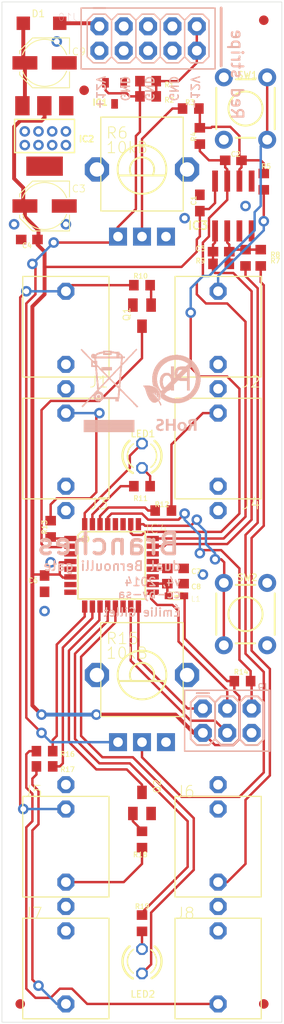
<source format=kicad_pcb>
(kicad_pcb (version 20221018) (generator pcbnew)
  (layers (0 "F.Cu" signal) (31 "B.Cu" signal) (34 "B.Paste" user) (35 "F.Paste" user) (36 "B.SilkS" user "B.Silkscreen") (37 "F.SilkS" user "F.Silkscreen") (38 "B.Mask" user) (39 "F.Mask" user) (44 "Edge.Cuts" user))
  (net 0 "")
  (net 1 "GND")
  (net 2 "VEE")
  (net 3 "N$29")
  (net 4 "RESET")
  (net 5 "N$1")
  (net 6 "GATE1_IN")
  (net 7 "N$2")
  (net 8 "GATE2_IN")
  (net 9 "+5V")
  (net 10 "N$9")
  (net 11 "N$10")
  (net 12 "N$34")
  (net 13 "N$35")
  (net 14 "N$36")
  (net 15 "AREF")
  (net 16 "MOSI")
  (net 17 "MISO")
  (net 18 "SCK")
  (net 19 "N$6")
  (net 20 "N$39")
  (net 21 "REF_-5")
  (net 22 "N$3")
  (net 23 "N$4")
  (net 24 "N$8")
  (net 25 "N$11")
  (net 26 "VCC")
  (net 27 "P1_CV")
  (net 28 "P2_CV")
  (net 29 "IN1")
  (net 30 "IN2")
  (net 31 "OUT1_A")
  (net 32 "OUT1_B")
  (net 33 "OUT2_A")
  (net 34 "OUT2_B")
  (net 35 "N$14")
  (net 36 "N$15")
  (net 37 "N$18")
  (net 38 "N$13")
  (net 39 "N$16")
  (net 40 "N$17")
  (net 41 "SW1")
  (net 42 "SW2")
  (footprint "branches:R0603" (layer "F.Cu") (at 158.9886 122.62485 180)
    (fp_text reference "R14")
    (fp_text value "10k")
  )
  (footprint "branches:R0603" (layer "F.Cu") (at 148.5111 147.86605 90)
    (fp_text reference "R19")
    (fp_text value "220")
  )
  (footprint "branches:WQP_PJ_301M6" (layer "F.Cu") (at 156.4486 139.13485 180)
    (fp_text reference "J6")
    (fp_text value "PJ301_THONKICONN6" hide)
  )
  (footprint "branches:WQP_PJ_301M6" (layer "F.Cu") (at 140.5736 99.12985)
    (fp_text reference "J3")
    (fp_text value "PJ301_THONKICONN6" hide)
  )
  (footprint "branches:TACTILE-PTH" (layer "F.Cu") (at 159.3061 115.63985 -90)
    (fp_text reference "SW2")
    (fp_text value "" hide)
  )
  (footprint "branches:FIDUCIAL-1X2" (layer "F.Cu") (at 142.4786 61.02985 90)
    (fp_text reference "F2" hide)
    (fp_text value "FIDUCIAL1X2" hide)
  )
  (footprint "branches:SOT223" (layer "F.Cu") (at 138.3511 65.79235 180)
    (fp_text reference "IC2")
    (fp_text value "LM1117-5.0")
  )
  (footprint "branches:WQP_PJ_301M6" (layer "F.Cu") (at 156.4486 86.42985)
    (fp_text reference "J2")
    (fp_text value "PJ301_THONKICONN6" hide)
  )
  (footprint "branches:C0603" (layer "F.Cu") (at 138.3511 112.46485 -90)
    (fp_text reference "C6")
    (fp_text value "100n")
  )
  (footprint "branches:SOD123" (layer "F.Cu") (at 138.0336 54.04485)
    (fp_text reference "D1")
    (fp_text value "1N5819HW")
  )
  (footprint "branches:R0603" (layer "F.Cu") (at 148.5111 81.34985 180)
    (fp_text reference "R10")
    (fp_text value "100k")
  )
  (footprint "branches:0603" (layer "F.Cu") (at 152.0036 113.73485 180)
    (fp_text reference "L1")
    (fp_text value "")
  )
  (footprint "branches:C0603" (layer "F.Cu") (at 152.0036 110.87735)
    (fp_text reference "C7")
    (fp_text value "100n")
  )
  (footprint "branches:R0603" (layer "F.Cu") (at 161.2111 70.55485 90)
    (fp_text reference "R5")
    (fp_text value "100k")
  )
  (footprint "branches:R0603" (layer "F.Cu") (at 148.5111 102.30485)
    (fp_text reference "R11")
    (fp_text value "220")
  )
  (footprint "branches:FIDUCIAL-1X2" (layer "F.Cu") (at 161.2111 156.27985 90)
    (fp_text reference "F4" hide)
    (fp_text value "FIDUCIAL1X2" hide)
  )
  (footprint "branches:C0603" (layer "F.Cu") (at 136.7636 76.58735 180)
    (fp_text reference "C4")
    (fp_text value "100n")
  )
  (footprint "branches:R0603" (layer "F.Cu") (at 160.8936 78.49235 90)
    (fp_text reference "R8")
    (fp_text value "100k" hide)
  )
  (footprint "branches:R0603" (layer "F.Cu") (at 149.1461 61.66485 180)
    (fp_text reference "R2")
    (fp_text value "10k")
  )
  (footprint "branches:SOT23-BEC" (layer "F.Cu") (at 148.5111 84.52485 180)
    (fp_text reference "Q1")
    (fp_text value "MMBT3904")
  )
  (footprint "branches:TACTILE-PTH" (layer "F.Cu") (at 159.3061 62.93485 90)
    (fp_text reference "SW1")
    (fp_text value "" hide)
  )
  (footprint "branches:WQP_PJ_301M6" (layer "F.Cu") (at 140.5736 86.42985)
    (fp_text reference "J1")
    (fp_text value "PJ301_THONKICONN6" hide)
  )
  (footprint "branches:R0603" (layer "F.Cu") (at 154.5436 65.79235 -90)
    (fp_text reference "R4")
    (fp_text value "100k")
  )
  (footprint "branches:FIDUCIAL-1X2" (layer "F.Cu") (at 135.8111 156.27985 90)
    (fp_text reference "F3" hide)
    (fp_text value "FIDUCIAL1X2" hide)
  )
  (footprint "branches:R0603" (layer "F.Cu") (at 138.3511 129.92735 180)
    (fp_text reference "R16")
    (fp_text value "1.0k")
  )
  (footprint "branches:WQP_PJ_301M6" (layer "F.Cu") (at 140.5736 151.83485 180)
    (fp_text reference "J7")
    (fp_text value "PJ301_THONKICONN6" hide)
  )
  (footprint "branches:C0603" (layer "F.Cu") (at 156.7661 77.85735 180)
    (fp_text reference "C5")
    (fp_text value "1n")
  )
  (footprint "branches:WQP_PJ_301M6" (layer "F.Cu") (at 140.5736 139.13485 180)
    (fp_text reference "J5")
    (fp_text value "PJ301_THONKICONN6" hide)
  )
  (footprint "branches:R0603" (layer "F.Cu") (at 138.3511 131.51485 180)
    (fp_text reference "R17")
    (fp_text value "1.0k")
  )
  (footprint "branches:R0603" (layer "F.Cu") (at 150.7336 104.84485)
    (fp_text reference "R12")
    (fp_text value "1.0k")
  )
  (footprint "branches:R0603" (layer "F.Cu") (at 138.9861 106.74985 90)
    (fp_text reference "R13")
    (fp_text value "1.0k")
  )
  (footprint "branches:R0603" (layer "F.Cu") (at 156.7661 79.12735 180)
    (fp_text reference "R9")
    (fp_text value "100k")
  )
  (footprint "branches:ALPS_POT_VERTICAL_PS" (layer "F.Cu") (at 148.5111 121.98985 180)
    (fp_text reference "R15")
    (fp_text value "10kB")
  )
  (footprint "branches:C0603" (layer "F.Cu") (at 158.0361 68.33235 180)
    (fp_text reference "C2")
    (fp_text value "1n")
  )
  (footprint "branches:WQP_PJ_301M6" (layer "F.Cu") (at 156.4486 151.83485 180)
    (fp_text reference "J8")
    (fp_text value "PJ301_THONKICONN6" hide)
  )
  (footprint "branches:WQP_PJ_301M6" (layer "F.Cu") (at 156.4486 99.12985)
    (fp_text reference "J4")
    (fp_text value "PJ301_THONKICONN6" hide)
  )
  (footprint "branches:PANASONIC_C" (layer "F.Cu") (at 138.3511 58.17235 180)
    (fp_text reference "C9")
    (fp_text value "22u")
  )
  (footprint "branches:SOT23-BEC" (layer "F.Cu") (at 148.5111 135.32485)
    (fp_text reference "Q2")
    (fp_text value "MMBT3904")
  )
  (footprint "branches:SO08" (layer "F.Cu") (at 158.0361 73.09485)
    (fp_text reference "IC3")
    (fp_text value "MCP6002")
  )
  (footprint "branches:R0603" (layer "F.Cu") (at 148.5111 139.13485 -90)
    (fp_text reference "R18")
    (fp_text value "100k")
  )
  (footprint "branches:PANASONIC_C" (layer "F.Cu") (at 138.3511 73.09485 180)
    (fp_text reference "C3")
    (fp_text value "22u")
  )
  (footprint "branches:FIDUCIAL-1X2" (layer "F.Cu") (at 161.2111 53.72735 90)
    (fp_text reference "F1" hide)
    (fp_text value "FIDUCIAL1X2" hide)
  )
  (footprint "branches:ALPS_POT_VERTICAL_PS" (layer "F.Cu") (at 148.5111 69.28485 180)
    (fp_text reference "R6")
    (fp_text value "10kB")
  )
  (footprint "branches:R0603" (layer "F.Cu") (at 149.1461 60.07735 180)
    (fp_text reference "R1")
    (fp_text value "10k")
  )
  (footprint "branches:DBZ_R-PDSO-G3" (layer "F.Cu") (at 145.6536 61.34735 180)
    (fp_text reference "IC1")
    (fp_text value "LM4040 5.0V")
  )
  (footprint "branches:R0603" (layer "F.Cu") (at 153.5911 62.93485)
    (fp_text reference "R3")
    (fp_text value "100k")
  )
  (footprint "branches:TQFP32-08" (layer "F.Cu") (at 145.3361 110.55985)
    (fp_text reference "IC4")
    (fp_text value "ATMEGA88PA-AU")
  )
  (footprint "branches:LED3MM" (layer "F.Cu") (at 148.5111 151.83485 90)
    (fp_text reference "LED2")
    (fp_text value "WP937EGW")
  )
  (footprint "branches:R0603" (layer "F.Cu") (at 159.3061 78.49235 90)
    (fp_text reference "R7")
    (fp_text value "100k")
  )
  (footprint "branches:LED3MM" (layer "F.Cu") (at 148.5111 99.12985 90)
    (fp_text reference "LED1")
    (fp_text value "WP937EGW")
  )
  (footprint "branches:C0603" (layer "F.Cu") (at 152.0036 112.46485)
    (fp_text reference "C8")
    (fp_text value "100n")
  )
  (footprint "branches:C0603" (layer "F.Cu") (at 154.5436 72.77735 90)
    (fp_text reference "C1")
    (fp_text value "100n")
  )
  (footprint "branches:AVR_ICSP" (layer "B.Cu") (at 149.1461 55.63235 -90)
    (fp_text reference "J10")
    (fp_text value "M05X2PTH" hide)
  )
  (footprint "branches:ROHS" (layer "B.Cu") (at 155.4961 97.22485 180)
    (fp_text reference "U$1" hide)
    (fp_text value "" hide)
  )
  (footprint "branches:2X3" (layer "B.Cu") (at 154.8611 125.48235)
    (fp_text reference "J9")
    (fp_text value "")
  )
  (gr_line (start 152.9561 129.92735) (end 161.8461 129.92735) (stroke (width 0.1524)) (layer "B.SilkS"))
  (gr_line (start 142.1611 58.80735) (end 156.1311 58.80735) (stroke (width 0.1524)) (layer "B.SilkS"))
  (gr_line (start 152.9561 123.57735) (end 152.9561 129.92735) (stroke (width 0.1524)) (layer "B.SilkS"))
  (gr_line (start 161.8461 129.92735) (end 161.8461 123.57735) (stroke (width 0.1524)) (layer "B.SilkS"))
  (gr_line (start 156.1311 52.45735) (end 142.1611 52.45735) (stroke (width 0.1524)) (layer "B.SilkS"))
  (gr_line (start 156.1311 58.80735) (end 156.1311 52.45735) (stroke (width 0.1524)) (layer "B.SilkS"))
  (gr_line (start 161.8461 123.57735) (end 152.9561 123.57735) (stroke (width 0.1524)) (layer "B.SilkS"))
  (gr_line (start 142.1611 52.45735) (end 142.1611 58.80735) (stroke (width 0.1524)) (layer "B.SilkS"))
  (gr_line (start 156.766 58.48985) (end 156.7662 52.45735) (stroke (width 0.3048)) (layer "B.SilkS"))
  (gr_line (start 133.9061 158.18485) (end 163.0961 158.18485) (stroke (width 0.05)) (layer "Edge.Cuts"))
  (gr_line (start 163.0961 158.18485) (end 163.0961 51.82235) (stroke (width 0.05)) (layer "Edge.Cuts"))
  (gr_line (start 133.9061 51.82235) (end 133.9061 158.18485) (stroke (width 0.05)) (layer "Edge.Cuts"))
  (gr_line (start 163.0961 51.82235) (end 133.9061 51.82235) (stroke (width 0.05)) (layer "Edge.Cuts"))
  (gr_text "Branches" (at 152.6386 109.60735) (layer "B.SilkS") (effects (font (size 2.159 2.159) (thickness 0.381)) (justify left bottom mirror)))
  (gr_text "dual Bernoulli gate" (at 152.6386 111.19485) (layer "B.SilkS") (effects (font (size 0.97155 0.97155) (thickness 0.17145)) (justify left bottom mirror)))
  (gr_text "Émilie Gillet" (at 152.6386 115.95735) (layer "B.SilkS") (effects (font (size 0.8636 0.8636) (thickness 0.1524)) (justify left bottom mirror)))
  (gr_text "GND" (at 147.2411 59.44245 -90) (layer "B.SilkS") (effects (font (size 0.8636 0.8636) (thickness 0.1524)) (justify right top mirror)))
  (gr_text "+12V" (at 144.7011 59.44245 -90) (layer "B.SilkS") (effects (font (size 0.8636 0.8636) (thickness 0.1524)) (justify right top mirror)))
  (gr_text "cc-by-sa" (at 152.6386 114.05235) (layer "B.SilkS") (effects (font (size 0.8636 0.8636) (thickness 0.1524)) (justify left bottom mirror)))
  (gr_text "Red stripe" (at 157.7186 64.20475 -90) (layer "B.SilkS") (effects (font (size 1.20904 1.20904) (thickness 0.21336)) (justify left bottom mirror)))
  (gr_text "GND" (at 152.3211 59.44245 -90) (layer "B.SilkS") (effects (font (size 0.8636 0.8636) (thickness 0.1524)) (justify right top mirror)))
  (gr_text "-12V" (at 154.5436 59.44245 -90) (layer "B.SilkS") (effects (font (size 0.8636 0.8636) (thickness 0.1524)) (justify right top mirror)))
  (gr_text "v4, 2014" (at 152.6386 112.78235) (layer "B.SilkS") (effects (font (size 0.8636 0.8636) (thickness 0.1524)) (justify left bottom mirror)))
  (gr_text "GND" (at 149.7811 59.44245 -90) (layer "B.SilkS") (effects (font (size 0.8636 0.8636) (thickness 0.1524)) (justify right top mirror)))
  (via (at 139.6211 55.94985) (size 1.108) (drill 0.6) (layers "F.Cu" "B.Cu") (net 1))
  (via (at 139.1449 66.74485) (size 1.108) (drill 0.6) (layers "F.Cu" "B.Cu") (net 1))
  (via (at 137.716 66.74485) (size 1.108) (drill 0.6) (layers "F.Cu" "B.Cu") (net 1))
  (via (at 140.5736 74.99985) (size 1.108) (drill 0.6) (layers "F.Cu" "B.Cu") (net 1))
  (via (at 152.9561 74.36485) (size 1.108) (drill 0.6) (layers "F.Cu" "B.Cu") (net 1))
  (via (at 136.2874 66.74485) (size 1.108) (drill 0.6) (layers "F.Cu" "B.Cu") (net 1))
  (via (at 159.3061 73.09485) (size 1.108) (drill 0.6) (layers "F.Cu" "B.Cu") (net 1))
  (via (at 140.5736 65.31615) (size 1.108) (drill 0.6) (layers "F.Cu" "B.Cu") (net 1))
  (via (at 140.5736 66.74485) (size 1.108) (drill 0.6) (layers "F.Cu" "B.Cu") (net 1))
  (via (at 135.1761 74.99985) (size 1.108) (drill 0.6) (layers "F.Cu" "B.Cu") (net 1))
  (via (at 138.3511 115.32235) (size 1.108) (drill 0.6) (layers "F.Cu" "B.Cu") (net 1))
  (via (at 138.9861 110.24235) (size 1.108) (drill 0.6) (layers "F.Cu" "B.Cu") (net 1))
  (via (at 139.1449 65.31605) (size 1.108) (drill 0.6) (layers "F.Cu" "B.Cu") (net 1))
  (via (at 154.8611 111.51235) (size 1.108) (drill 0.6) (layers "F.Cu" "B.Cu") (net 1))
  (via (at 136.2873 65.31615) (size 1.108) (drill 0.6) (layers "F.Cu" "B.Cu") (net 1))
  (via (at 137.716 65.31605) (size 1.108) (drill 0.6) (layers "F.Cu" "B.Cu") (net 1))
  (segment (start 154.2261 58.17235) (end 154.2261 56.90235) (width 0.254) (layer "F.Cu") (net 2))
  (segment (start 152.3211 60.07735) (end 154.2261 58.17235) (width 0.254) (layer "F.Cu") (net 2))
  (segment (start 149.9961 60.07735) (end 149.9961 61.66485) (width 0.254) (layer "F.Cu") (net 2))
  (segment (start 154.2261 56.90235) (end 154.2261 54.36235) (width 0.254) (layer "F.Cu") (net 2))
  (segment (start 149.9961 60.07735) (end 152.3211 60.07735) (width 0.254) (layer "F.Cu") (net 2))
  (segment (start 158.8861 68.33235) (end 158.6711 68.11735) (width 0.254) (layer "F.Cu") (net 3))
  (segment (start 160.8936 68.33235) (end 161.2111 68.64985) (width 0.254) (layer "F.Cu") (net 3))
  (segment (start 158.6711 70.49485) (end 158.6711 69.28485) (width 0.254) (layer "F.Cu") (net 3))
  (segment (start 154.5436 63.03735) (end 154.4411 62.93485) (width 0.254) (layer "F.Cu") (net 3))
  (segment (start 155.8136 64.83985) (end 155.7111 64.94235) (width 0.254) (layer "F.Cu") (net 3))
  (segment (start 161.2111 68.64985) (end 161.2111 69.70485) (width 0.254) (layer "F.Cu") (net 3))
  (segment (start 158.6711 65.79235) (end 157.7186 64.83985) (width 0.254) (layer "F.Cu") (net 3))
  (segment (start 158.6711 69.28485) (end 158.8861 69.06985) (width 0.254) (layer "F.Cu") (net 3))
  (segment (start 158.8861 68.33235) (end 160.8936 68.33235) (width 0.254) (layer "F.Cu") (net 3))
  (segment (start 158.8861 69.06985) (end 158.8861 68.33235) (width 0.254) (layer "F.Cu") (net 3))
  (segment (start 155.7111 64.94235) (end 154.5436 64.94235) (width 0.254) (layer "F.Cu") (net 3))
  (segment (start 157.7186 64.83985) (end 155.8136 64.83985) (width 0.254) (layer "F.Cu") (net 3))
  (segment (start 158.6711 68.11735) (end 158.6711 65.79235) (width 0.254) (layer "F.Cu") (net 3))
  (segment (start 154.5436 64.94235) (end 154.5436 63.03735) (width 0.254) (layer "F.Cu") (net 3))
  (segment (start 159.8386 121.56985) (end 158.6711 120.40235) (width 0.254) (layer "F.Cu") (net 4))
  (segment (start 144.9361 105.56235) (end 144.9361 106.26725) (width 0.254) (layer "F.Cu") (net 4))
  (segment (start 158.6711 110.87735) (end 156.7661 108.97235) (width 0.254) (layer "F.Cu") (net 4))
  (segment (start 149.1461 105.79735) (end 148.5111 105.16235) (width 0.254) (layer "F.Cu") (net 4))
  (segment (start 148.5111 105.16235) (end 145.3361 105.16235) (width 0.254) (layer "F.Cu") (net 4))
  (segment (start 152.3211 105.79735) (end 149.1461 105.79735) (width 0.254) (layer "F.Cu") (net 4))
  (segment (start 145.3361 105.16235) (end 144.9361 105.56235) (width 0.254) (layer "F.Cu") (net 4))
  (segment (start 159.9411 125.48235) (end 159.9411 122.72735) (width 0.254) (layer "F.Cu") (net 4))
  (segment (start 154.8611 108.97235) (end 154.5436 109.28985) (width 0.254) (layer "F.Cu") (net 4))
  (segment (start 152.9561 105.16235) (end 152.3211 105.79735) (width 0.254) (layer "F.Cu") (net 4))
  (segment (start 156.7661 108.97235) (end 154.8611 108.97235) (width 0.254) (layer "F.Cu") (net 4))
  (segment (start 158.6711 120.40235) (end 158.6711 110.87735) (width 0.254) (layer "F.Cu") (net 4))
  (segment (start 159.8386 122.62485) (end 159.8386 121.56985) (width 0.254) (layer "F.Cu") (net 4))
  (segment (start 159.9411 122.72735) (end 159.8386 122.62485) (width 0.254) (layer "F.Cu") (net 4))
  (via (at 152.9561 105.16235) (size 1.108) (drill 0.6) (layers "F.Cu" "B.Cu") (net 4))
  (via (at 154.5436 109.28985) (size 1.108) (drill 0.6) (layers "F.Cu" "B.Cu") (net 4))
  (segment (start 152.9561 105.79735) (end 152.9561 105.16235) (width 0.254) (layer "B.Cu") (net 4))
  (segment (start 154.5436 107.38485) (end 152.9561 105.79735) (width 0.254) (layer "B.Cu") (net 4))
  (segment (start 154.5436 109.28985) (end 154.5436 107.38485) (width 0.254) (layer "B.Cu") (net 4))
  (segment (start 149.4611 83.42485) (end 149.4611 81.44985) (width 0.254) (layer "F.Cu") (net 5))
  (segment (start 149.4611 81.44985) (end 149.3611 81.34985) (width 0.254) (layer "F.Cu") (net 5))
  (segment (start 135.8111 82.61985) (end 136.4461 81.98485) (width 0.254) (layer "F.Cu") (net 6))
  (segment (start 141.2086 81.34985) (end 147.6611 81.34985) (width 0.254) (layer "F.Cu") (net 6))
  (segment (start 135.8111 135.64235) (end 135.8111 82.61985) (width 0.254) (layer "F.Cu") (net 6))
  (segment (start 140.5736 81.98485) (end 141.2086 81.34985) (width 0.254) (layer "F.Cu") (net 6))
  (segment (start 136.1286 135.95985) (end 135.8111 135.64235) (width 0.254) (layer "F.Cu") (net 6))
  (via (at 136.1286 135.95985) (size 1.108) (drill 0.6) (layers "F.Cu" "B.Cu") (net 6))
  (via (at 136.4461 81.98485) (size 1.108) (drill 0.6) (layers "F.Cu" "B.Cu") (net 6))
  (segment (start 136.1286 135.95985) (end 140.5736 135.95985) (width 0.254) (layer "B.Cu") (net 6))
  (segment (start 136.4461 81.98485) (end 140.5736 81.98485) (width 0.254) (layer "B.Cu") (net 6))
  (segment (start 148.5111 138.28485) (end 148.5111 138.18235) (width 0.254) (layer "F.Cu") (net 7))
  (segment (start 147.5586 137.22985) (end 147.5586 136.42735) (width 0.254) (layer "F.Cu") (net 7))
  (segment (start 148.5111 138.18235) (end 147.5586 137.22985) (width 0.254) (layer "F.Cu") (net 7))
  (segment (start 147.5586 136.42735) (end 147.5611 136.42485) (width 0.254) (layer "F.Cu") (net 7))
  (segment (start 148.5111 141.67485) (end 148.5111 139.98485) (width 0.254) (layer "F.Cu") (net 8))
  (segment (start 140.5736 143.57985) (end 146.6061 143.57985) (width 0.254) (layer "F.Cu") (net 8))
  (segment (start 148.5111 139.98485) (end 148.4086 139.98485) (width 0.254) (layer "F.Cu") (net 8))
  (segment (start 146.6061 143.57985) (end 148.5111 141.67485) (width 0.254) (layer "F.Cu") (net 8))
  (segment (start 156.1311 129.29235) (end 158.0361 129.29235) (width 0.254) (layer "F.Cu") (net 9))
  (segment (start 158.6711 124.21235) (end 158.1386 123.67985) (width 0.254) (layer "F.Cu") (net 9))
  (segment (start 136.3011 73.09485) (end 136.2311 73.16485) (width 0.4064) (layer "F.Cu") (net 9))
  (segment (start 139.9386 111.51235) (end 140.2561 111.82985) (width 0.254) (layer "F.Cu") (net 9))
  (segment (start 154.5436 76.26985) (end 154.5436 73.62735) (width 0.254) (layer "F.Cu") (net 9))
  (segment (start 138.3511 79.44485) (end 138.3511 77.85735) (width 0.4064) (layer "F.Cu") (net 9))
  (segment (start 138.3511 62.66815) (end 138.3257 62.64275) (width 0.4064) (layer "F.Cu") (net 9))
  (segment (start 154.7586 73.41235) (end 155.4961 73.41235) (width 0.254) (layer "F.Cu") (net 9))
  (segment (start 137.0811 111.51235) (end 137.0811 83.57235) (width 0.4064) (layer "F.Cu") (net 9))
  (segment (start 137.6136 77.11985) (end 137.6136 76.58735) (width 0.4064) (layer "F.Cu") (net 9))
  (segment (start 153.9086 128.02235) (end 154.8611 128.02235) (width 0.4064) (layer "F.Cu") (net 9))
  (segment (start 154.8611 128.02235) (end 156.1311 129.29235) (width 0.254) (layer "F.Cu") (net 9))
  (segment (start 152.9561 118.17985) (end 152.9561 113.78735) (width 0.254) (layer "F.Cu") (net 9))
  (segment (start 140.961 110.24235) (end 141.0435 110.15985) (width 0.254) (layer "F.Cu") (net 9))
  (segment (start 137.0811 125.16485) (end 137.0811 111.51235) (width 0.4064) (layer "F.Cu") (net 9))
  (segment (start 138.0336 64.20485) (end 138.3511 63.88735) (width 0.4064) (layer "F.Cu") (net 9))
  (segment (start 138.3511 77.85735) (end 137.6136 77.11985) (width 0.4064) (layer "F.Cu") (net 9))
  (segment (start 135.8111 64.20485) (end 138.0336 64.20485) (width 0.4064) (layer "F.Cu") (net 9))
  (segment (start 138.3511 82.30235) (end 138.3511 79.44485) (width 0.4064) (layer "F.Cu") (net 9))
  (segment (start 143.7486 126.11735) (end 152.0036 126.11735) (width 0.4064) (layer "F.Cu") (net 9))
  (segment (start 139.9386 110.24235) (end 140.961 110.24235) (width 0.254) (layer "F.Cu") (net 9))
  (segment (start 135.1761 64.83985) (end 135.8111 64.20485) (width 0.4064) (layer "F.Cu") (net 9))
  (segment (start 158.1386 123.67985) (end 158.1386 122.62485) (width 0.254) (layer "F.Cu") (net 9))
  (segment (start 138.3511 79.44485) (end 152.6386 79.44485) (width 0.254) (layer "F.Cu") (net 9))
  (segment (start 155.4961 73.41235) (end 156.1311 72.77735) (width 0.254) (layer "F.Cu") (net 9))
  (segment (start 136.1286 72.92235) (end 136.1286 71.18985) (width 0.4064) (layer "F.Cu") (net 9))
  (segment (start 154.5436 73.62735) (end 154.7586 73.41235) (width 0.254) (layer "F.Cu") (net 9))
  (segment (start 137.0811 83.57235) (end 138.3511 82.30235) (width 0.4064) (layer "F.Cu") (net 9))
  (segment (start 139.9386 111.51235) (end 139.9386 110.24235) (width 0.254) (layer "F.Cu") (net 9))
  (segment (start 136.3011 74.21985) (end 136.3011 73.09485) (width 0.4064) (layer "F.Cu") (net 9))
  (segment (start 157.4011 122.62485) (end 152.9561 118.17985) (width 0.254) (layer "F.Cu") (net 9))
  (segment (start 138.4536 111.51235) (end 139.9386 111.51235) (width 0.254) (layer "F.Cu") (net 9))
  (segment (start 158.0361 129.29235) (end 158.6711 128.65735) (width 0.254) (layer "F.Cu") (net 9))
  (segment (start 158.1386 122.62485) (end 157.4011 122.62485) (width 0.254) (layer "F.Cu") (net 9))
  (segment (start 158.6711 128.65735) (end 158.6711 124.21235) (width 0.254) (layer "F.Cu") (net 9))
  (segment (start 154.2261 77.85735) (end 154.2261 76.58735) (width 0.254) (layer "F.Cu") (net 9))
  (segment (start 152.9561 113.78735) (end 152.9036 113.73485) (width 0.254) (layer "F.Cu") (net 9))
  (segment (start 138.4536 111.51235) (end 138.3511 111.61485) (width 0.254) (layer "F.Cu") (net 9))
  (segment (start 135.1761 70.23735) (end 135.1761 64.83985) (width 0.4064) (layer "F.Cu") (net 9))
  (segment (start 152.0036 126.11735) (end 153.9086 128.02235) (width 0.4064) (layer "F.Cu") (net 9))
  (segment (start 136.3011 73.09485) (end 136.1286 72.92235) (width 0.4064) (layer "F.Cu") (net 9))
  (segment (start 154.2261 76.58735) (end 154.5436 76.26985) (width 0.254) (layer "F.Cu") (net 9))
  (segment (start 137.6136 76.58735) (end 137.7161 76.48485) (width 0.4064) (layer "F.Cu") (net 9))
  (segment (start 152.6386 79.44485) (end 154.2261 77.85735) (width 0.254) (layer "F.Cu") (net 9))
  (segment (start 156.1311 72.77735) (end 156.1311 70.49485) (width 0.254) (layer "F.Cu") (net 9))
  (segment (start 136.1286 71.18985) (end 135.1761 70.23735) (width 0.4064) (layer "F.Cu") (net 9))
  (segment (start 137.0811 111.51235) (end 138.4536 111.51235) (width 0.254) (layer "F.Cu") (net 9))
  (segment (start 138.3511 63.88735) (end 138.3511 62.66815) (width 0.4064) (layer "F.Cu") (net 9))
  (segment (start 138.0336 126.11735) (end 137.0811 125.16485) (width 0.4064) (layer "F.Cu") (net 9))
  (segment (start 140.9735 111.82985) (end 141.0435 111.75985) (width 0.254) (layer "F.Cu") (net 9))
  (segment (start 137.7161 75.63485) (end 136.3011 74.21985) (width 0.4064) (layer "F.Cu") (net 9))
  (segment (start 137.7161 76.48485) (end 137.7161 75.63485) (width 0.4064) (layer "F.Cu") (net 9))
  (segment (start 140.2561 111.82985) (end 140.9735 111.82985) (width 0.254) (layer "F.Cu") (net 9))
  (via (at 138.0336 126.11735) (size 1.108) (drill 0.6) (layers "F.Cu" "B.Cu") (net 9))
  (via (at 143.7486 126.11735) (size 1.108) (drill 0.6) (layers "F.Cu" "B.Cu") (net 9))
  (segment (start 138.0336 126.11735) (end 143.7486 126.11735) (width 0.4064) (layer "B.Cu") (net 9))
  (segment (start 148.5111 66.10985) (end 151.6861 62.93485) (width 0.254) (layer "F.Cu") (net 10))
  (segment (start 151.6861 62.93485) (end 152.7411 62.93485) (width 0.254) (layer "F.Cu") (net 10))
  (segment (start 148.5111 76.28485) (end 148.5111 66.10985) (width 0.254) (layer "F.Cu") (net 10))
  (segment (start 161.2111 74.68235) (end 161.2111 71.40485) (width 0.254) (layer "F.Cu") (net 11))
  (via (at 161.2111 74.68235) (size 1.108) (drill 0.6) (layers "F.Cu" "B.Cu") (net 11))
  (segment (start 161.2111 75.63485) (end 161.2111 74.68235) (width 0.254) (layer "B.Cu") (net 11))
  (segment (start 156.4486 81.98485) (end 156.4486 80.39735) (width 0.254) (layer "B.Cu") (net 11))
  (segment (start 156.4486 80.39735) (end 161.2111 75.63485) (width 0.254) (layer "B.Cu") (net 11))
  (segment (start 143.7486 102.93985) (end 143.7486 95.00235) (width 0.254) (layer "F.Cu") (net 12))
  (segment (start 143.1136 103.57485) (end 143.7486 102.93985) (width 0.254) (layer "F.Cu") (net 12))
  (segment (start 138.9861 104.20985) (end 139.6211 103.57485) (width 0.254) (layer "F.Cu") (net 12))
  (segment (start 143.7486 95.00235) (end 144.0661 94.68485) (width 0.254) (layer "F.Cu") (net 12))
  (segment (start 138.9861 105.89985) (end 138.9861 104.20985) (width 0.254) (layer "F.Cu") (net 12))
  (segment (start 139.6211 103.57485) (end 143.1136 103.57485) (width 0.254) (layer "F.Cu") (net 12))
  (via (at 144.0661 94.68485) (size 1.108) (drill 0.6) (layers "F.Cu" "B.Cu") (net 12))
  (segment (start 144.0661 94.68485) (end 140.5736 94.68485) (width 0.254) (layer "B.Cu") (net 12))
  (segment (start 154.8611 94.68485) (end 156.4486 94.68485) (width 0.254) (layer "F.Cu") (net 13))
  (segment (start 151.5836 104.84485) (end 151.5836 97.96235) (width 0.254) (layer "F.Cu") (net 13))
  (segment (start 151.5836 97.96235) (end 154.8611 94.68485) (width 0.254) (layer "F.Cu") (net 13))
  (segment (start 137.7161 134.05485) (end 137.0811 133.41985) (width 0.254) (layer "F.Cu") (net 14))
  (segment (start 137.0811 132.78485) (end 137.5011 132.36485) (width 0.254) (layer "F.Cu") (net 14))
  (segment (start 137.7161 137.54735) (end 137.7161 134.05485) (width 0.254) (layer "F.Cu") (net 14))
  (segment (start 137.0811 133.41985) (end 137.0811 132.78485) (width 0.254) (layer "F.Cu") (net 14))
  (segment (start 137.0811 138.81735) (end 137.0811 138.18235) (width 0.254) (layer "F.Cu") (net 14))
  (segment (start 137.5011 132.36485) (end 137.5011 131.51485) (width 0.254) (layer "F.Cu") (net 14))
  (segment (start 137.5011 131.51485) (end 137.7161 131.72985) (width 0.254) (layer "F.Cu") (net 14))
  (segment (start 137.7161 154.37485) (end 137.0811 153.73985) (width 0.254) (layer "F.Cu") (net 14))
  (segment (start 137.0811 138.18235) (end 137.7161 137.54735) (width 0.254) (layer "F.Cu") (net 14))
  (segment (start 137.0811 153.73985) (end 137.0811 138.81735) (width 0.254) (layer "F.Cu") (net 14))
  (via (at 137.7161 154.37485) (size 1.108) (drill 0.6) (layers "F.Cu" "B.Cu") (net 14))
  (segment (start 139.6211 156.27985) (end 137.7161 154.37485) (width 0.254) (layer "B.Cu") (net 14))
  (segment (start 140.5736 156.27985) (end 139.6211 156.27985) (width 0.254) (layer "B.Cu") (net 14))
  (segment (start 149.7112 110.87735) (end 149.6287 110.95985) (width 0.254) (layer "F.Cu") (net 15))
  (segment (start 151.1536 110.87735) (end 149.7112 110.87735) (width 0.254) (layer "F.Cu") (net 15))
  (segment (start 147.3361 120.49735) (end 153.5911 126.75235) (width 0.254) (layer "F.Cu") (net 16))
  (segment (start 156.1311 126.75235) (end 157.4011 128.02235) (width 0.254) (layer "F.Cu") (net 16))
  (segment (start 147.3361 120.49735) (end 147.3361 114.85245) (width 0.254) (layer "F.Cu") (net 16))
  (segment (start 153.5911 126.75235) (end 156.1311 126.75235) (width 0.254) (layer "F.Cu") (net 16))
  (segment (start 147.3361 114.85245) (end 147.2411 114.94745) (width 0.254) (layer "F.Cu") (net 16))
  (segment (start 148.1361 120.34485) (end 148.1361 114.85245) (width 0.254) (layer "F.Cu") (net 17))
  (segment (start 148.1361 120.34485) (end 153.2736 125.48235) (width 0.254) (layer "F.Cu") (net 17))
  (segment (start 153.2736 125.48235) (end 154.8611 125.48235) (width 0.254) (layer "F.Cu") (net 17))
  (segment (start 148.1361 114.85245) (end 148.3012 114.68735) (width 0.254) (layer "F.Cu") (net 17))
  (segment (start 152.3211 115.32235) (end 151.6861 114.68735) (width 0.254) (layer "F.Cu") (net 18))
  (segment (start 157.4011 125.48235) (end 157.4011 123.57735) (width 0.254) (layer "F.Cu") (net 18))
  (segment (start 157.4011 123.57735) (end 152.3211 118.49735) (width 0.254) (layer "F.Cu") (net 18))
  (segment (start 149.4636 114.05235) (end 149.4636 113.52495) (width 0.254) (layer "F.Cu") (net 18))
  (segment (start 149.4636 113.52495) (end 149.6287 113.35985) (width 0.254) (layer "F.Cu") (net 18))
  (segment (start 151.6861 114.68735) (end 150.0986 114.68735) (width 0.254) (layer "F.Cu") (net 18))
  (segment (start 152.3211 118.49735) (end 152.3211 115.32235) (width 0.254) (layer "F.Cu") (net 18))
  (segment (start 150.0986 114.68735) (end 149.4636 114.05235) (width 0.254) (layer "F.Cu") (net 18))
  (segment (start 137.0811 134.37235) (end 136.4461 133.73735) (width 0.254) (layer "F.Cu") (net 19))
  (segment (start 136.4461 130.24485) (end 136.7636 129.92735) (width 0.254) (layer "F.Cu") (net 19))
  (segment (start 137.3986 155.64485) (end 136.4461 154.69235) (width 0.254) (layer "F.Cu") (net 19))
  (segment (start 136.7636 129.92735) (end 137.5011 129.92735) (width 0.254) (layer "F.Cu") (net 19))
  (segment (start 137.3986 155.64485) (end 138.9861 155.64485) (width 0.254) (layer "F.Cu") (net 19))
  (segment (start 136.4461 154.69235) (end 136.4461 137.86485) (width 0.254) (layer "F.Cu") (net 19))
  (segment (start 137.0811 137.22985) (end 137.0811 134.37235) (width 0.254) (layer "F.Cu") (net 19))
  (segment (start 138.9861 155.64485) (end 139.9386 154.69235) (width 0.254) (layer "F.Cu") (net 19))
  (segment (start 141.2086 154.69235) (end 142.7961 156.27985) (width 0.254) (layer "F.Cu") (net 19))
  (segment (start 136.4461 137.86485) (end 137.0811 137.22985) (width 0.254) (layer "F.Cu") (net 19))
  (segment (start 136.4461 133.73735) (end 136.4461 130.24485) (width 0.254) (layer "F.Cu") (net 19))
  (segment (start 139.9386 154.69235) (end 141.2086 154.69235) (width 0.254) (layer "F.Cu") (net 19))
  (segment (start 142.7961 156.27985) (end 156.4486 156.27985) (width 0.254) (layer "F.Cu") (net 19))
  (segment (start 151.1536 113.58485) (end 151.3036 113.73485) (width 0.254) (layer "F.Cu") (net 20))
  (segment (start 149.6287 112.55985) (end 149.7237 112.46485) (width 0.254) (layer "F.Cu") (net 20))
  (segment (start 149.7237 112.46485) (end 151.1536 112.46485) (width 0.254) (layer "F.Cu") (net 20))
  (segment (start 151.1536 112.46485) (end 151.1536 113.58485) (width 0.254) (layer "F.Cu") (net 20))
  (segment (start 145.9711 76.24485) (end 145.9711 75.31735) (width 0.254) (layer "F.Cu") (net 21))
  (segment (start 148.2961 65.37235) (end 148.2961 61.66485) (width 0.254) (layer "F.Cu") (net 21))
  (segment (start 136.4461 126.43485) (end 136.4461 83.25485) (width 0.254) (layer "F.Cu") (net 21))
  (segment (start 147.2411 61.66485) (end 146.9236 61.34735) (width 0.254) (layer "F.Cu") (net 21))
  (segment (start 147.8761 65.79235) (end 148.2961 65.37235) (width 0.254) (layer "F.Cu") (net 21))
  (segment (start 148.2961 61.66485) (end 147.2411 61.66485) (width 0.254) (layer "F.Cu") (net 21))
  (segment (start 144.7011 61.02985) (end 144.7011 60.24985) (width 0.254) (layer "F.Cu") (net 21))
  (segment (start 136.4461 83.25485) (end 137.3986 82.30235) (width 0.254) (layer "F.Cu") (net 21))
  (segment (start 144.7011 60.24985) (end 144.7036 60.24735) (width 0.254) (layer "F.Cu") (net 21))
  (segment (start 137.3986 82.30235) (end 137.3986 79.44485) (width 0.254) (layer "F.Cu") (net 21))
  (segment (start 148.2961 61.66485) (end 148.2961 60.07735) (width 0.254) (layer "F.Cu") (net 21))
  (segment (start 145.3111 76.90485) (end 145.9711 76.24485) (width 0.254) (layer "F.Cu") (net 21))
  (segment (start 147.8761 73.41235) (end 147.8761 65.79235) (width 0.254) (layer "F.Cu") (net 21))
  (segment (start 145.0186 61.34735) (end 144.7011 61.02985) (width 0.254) (layer "F.Cu") (net 21))
  (segment (start 138.0336 128.02235) (end 136.4461 126.43485) (width 0.254) (layer "F.Cu") (net 21))
  (segment (start 139.3036 76.90485) (end 145.3111 76.90485) (width 0.254) (layer "F.Cu") (net 21))
  (segment (start 145.9711 75.31735) (end 147.8761 73.41235) (width 0.254) (layer "F.Cu") (net 21))
  (segment (start 137.3986 79.44485) (end 137.0811 79.12735) (width 0.254) (layer "F.Cu") (net 21))
  (segment (start 146.9236 61.34735) (end 145.0186 61.34735) (width 0.254) (layer "F.Cu") (net 21))
  (segment (start 145.9711 76.24485) (end 146.0111 76.28485) (width 0.254) (layer "F.Cu") (net 21))
  (via (at 138.0336 128.02235) (size 1.108) (drill 0.6) (layers "F.Cu" "B.Cu") (net 21))
  (via (at 139.3036 76.90485) (size 1.108) (drill 0.6) (layers "F.Cu" "B.Cu") (net 21))
  (via (at 137.0811 79.12735) (size 1.108) (drill 0.6) (layers "F.Cu" "B.Cu") (net 21))
  (segment (start 138.0336 128.02235) (end 139.0011 128.98985) (width 0.254) (layer "B.Cu") (net 21))
  (segment (start 137.0811 79.12735) (end 139.3036 76.90485) (width 0.254) (layer "B.Cu") (net 21))
  (segment (start 139.0011 128.98985) (end 146.0111 128.98985) (width 0.254) (layer "B.Cu") (net 21))
  (segment (start 146.0111 76.28485) (end 145.9961 76.26985) (width 0.254) (layer "B.Cu") (net 21))
  (segment (start 143.7486 54.04485) (end 144.0661 54.36235) (width 0.4064) (layer "F.Cu") (net 22))
  (segment (start 139.9336 54.04485) (end 143.7486 54.04485) (width 0.4064) (layer "F.Cu") (net 22))
  (segment (start 157.6161 77.85735) (end 157.8311 77.64235) (width 0.254) (layer "F.Cu") (net 23))
  (segment (start 157.6161 77.11985) (end 157.4011 76.90485) (width 0.254) (layer "F.Cu") (net 23))
  (segment (start 159.3061 77.64235) (end 160.8936 77.64235) (width 0.254) (layer "F.Cu") (net 23))
  (segment (start 157.6161 77.85735) (end 157.6161 77.11985) (width 0.254) (layer "F.Cu") (net 23))
  (segment (start 157.8311 77.64235) (end 159.3061 77.64235) (width 0.254) (layer "F.Cu") (net 23))
  (segment (start 157.6161 77.85735) (end 157.6161 79.12735) (width 0.254) (layer "F.Cu") (net 23))
  (segment (start 157.4011 76.90485) (end 157.4011 75.69485) (width 0.254) (layer "F.Cu") (net 23))
  (segment (start 148.5111 130.56235) (end 148.5111 128.98985) (width 0.254) (layer "F.Cu") (net 24))
  (segment (start 160.5761 81.66735) (end 159.3061 80.39735) (width 0.254) (layer "F.Cu") (net 24))
  (segment (start 161.2111 132.14985) (end 161.2111 121.67235) (width 0.254) (layer "F.Cu") (net 24))
  (segment (start 161.2111 121.67235) (end 159.3061 119.76735) (width 0.254) (layer "F.Cu") (net 24))
  (segment (start 152.6386 134.68985) (end 158.6711 134.68985) (width 0.254) (layer "F.Cu") (net 24))
  (segment (start 160.5761 106.11485) (end 160.5761 81.66735) (width 0.254) (layer "F.Cu") (net 24))
  (segment (start 159.3061 119.76735) (end 159.3061 107.38485) (width 0.254) (layer "F.Cu") (net 24))
  (segment (start 159.3061 80.39735) (end 159.3061 79.34235) (width 0.254) (layer "F.Cu") (net 24))
  (segment (start 148.5111 130.56235) (end 152.6386 134.68985) (width 0.254) (layer "F.Cu") (net 24))
  (segment (start 158.6711 134.68985) (end 161.2111 132.14985) (width 0.254) (layer "F.Cu") (net 24))
  (segment (start 159.3061 107.38485) (end 160.5761 106.11485) (width 0.254) (layer "F.Cu") (net 24))
  (segment (start 159.3061 135.00735) (end 161.8461 132.46735) (width 0.254) (layer "F.Cu") (net 25))
  (segment (start 159.3061 141.67485) (end 159.3061 135.00735) (width 0.254) (layer "F.Cu") (net 25))
  (segment (start 157.4011 143.57985) (end 159.3061 141.67485) (width 0.254) (layer "F.Cu") (net 25))
  (segment (start 161.2111 81.34985) (end 160.8936 81.03235) (width 0.254) (layer "F.Cu") (net 25))
  (segment (start 161.8461 121.35485) (end 159.9411 119.44985) (width 0.254) (layer "F.Cu") (net 25))
  (segment (start 161.2111 106.43235) (end 161.2111 81.34985) (width 0.254) (layer "F.Cu") (net 25))
  (segment (start 160.8936 81.03235) (end 160.8936 79.34235) (width 0.254) (layer "F.Cu") (net 25))
  (segment (start 159.9411 107.70235) (end 161.2111 106.43235) (width 0.254) (layer "F.Cu") (net 25))
  (segment (start 159.9411 119.44985) (end 159.9411 107.70235) (width 0.254) (layer "F.Cu") (net 25))
  (segment (start 156.4486 143.57985) (end 157.4011 143.57985) (width 0.254) (layer "F.Cu") (net 25))
  (segment (start 161.8461 132.46735) (end 161.8461 121.35485) (width 0.254) (layer "F.Cu") (net 25))
  (segment (start 136.1336 58.00485) (end 136.1336 54.04485) (width 0.4064) (layer "F.Cu") (net 26))
  (segment (start 136.3011 62.38135) (end 136.3011 58.17235) (width 0.4064) (layer "F.Cu") (net 26))
  (segment (start 136.3011 58.17235) (end 136.1336 58.00485) (width 0.4064) (layer "F.Cu") (net 26))
  (segment (start 136.0397 62.64275) (end 136.3011 62.38135) (width 0.4064) (layer "F.Cu") (net 26))
  (segment (start 136.1336 54.04485) (end 136.3572 54.26845) (width 0.4064) (layer "F.Cu") (net 26))
  (segment (start 157.4011 70.49485) (end 157.4011 69.28485) (width 0.254) (layer "F.Cu") (net 27))
  (segment (start 154.2261 81.03235) (end 154.8611 80.39735) (width 0.254) (layer "F.Cu") (net 27))
  (segment (start 149.6287 107.75985) (end 157.0261 107.75985) (width 0.254) (layer "F.Cu") (net 27))
  (segment (start 157.1861 68.33235) (end 155.4961 68.33235) (width 0.254) (layer "F.Cu") (net 27))
  (segment (start 154.8611 80.39735) (end 154.8611 76.90485) (width 0.254) (layer "F.Cu") (net 27))
  (segment (start 157.4011 69.28485) (end 157.1861 69.06985) (width 0.254) (layer "F.Cu") (net 27))
  (segment (start 155.1786 83.25485) (end 154.2261 82.30235) (width 0.254) (layer "F.Cu") (net 27))
  (segment (start 154.2261 82.30235) (end 154.2261 81.03235) (width 0.254) (layer "F.Cu") (net 27))
  (segment (start 157.4011 83.25485) (end 155.1786 83.25485) (width 0.254) (layer "F.Cu") (net 27))
  (segment (start 155.4961 76.26985) (end 155.4961 74.36485) (width 0.254) (layer "F.Cu") (net 27))
  (segment (start 157.1861 69.06985) (end 157.1861 68.33235) (width 0.254) (layer "F.Cu") (net 27))
  (segment (start 155.4961 68.33235) (end 154.5436 67.37985) (width 0.254) (layer "F.Cu") (net 27))
  (segment (start 157.0261 107.75985) (end 159.3061 105.47985) (width 0.254) (layer "F.Cu") (net 27))
  (segment (start 154.8611 76.90485) (end 155.4961 76.26985) (width 0.254) (layer "F.Cu") (net 27))
  (segment (start 155.4961 74.36485) (end 157.4011 72.45985) (width 0.254) (layer "F.Cu") (net 27))
  (segment (start 159.3061 85.15985) (end 157.4011 83.25485) (width 0.254) (layer "F.Cu") (net 27))
  (segment (start 154.5436 67.37985) (end 154.5436 66.64235) (width 0.254) (layer "F.Cu") (net 27))
  (segment (start 157.4011 72.45985) (end 157.4011 70.49485) (width 0.254) (layer "F.Cu") (net 27))
  (segment (start 159.3061 105.47985) (end 159.3061 85.15985) (width 0.254) (layer "F.Cu") (net 27))
  (segment (start 157.4011 108.33735) (end 159.9411 105.79735) (width 0.254) (layer "F.Cu") (net 28))
  (segment (start 155.9161 77.11985) (end 156.1311 76.90485) (width 0.254) (layer "F.Cu") (net 28))
  (segment (start 151.0511 108.33735) (end 157.4011 108.33735) (width 0.254) (layer "F.Cu") (net 28))
  (segment (start 155.9161 77.85735) (end 155.9161 77.11985) (width 0.254) (layer "F.Cu") (net 28))
  (segment (start 156.1311 80.07985) (end 155.9161 79.86485) (width 0.254) (layer "F.Cu") (net 28))
  (segment (start 155.9161 79.86485) (end 155.9161 79.12735) (width 0.254) (layer "F.Cu") (net 28))
  (segment (start 150.8286 108.55985) (end 151.0511 108.33735) (width 0.254) (layer "F.Cu") (net 28))
  (segment (start 158.0361 80.07985) (end 156.1311 80.07985) (width 0.254) (layer "F.Cu") (net 28))
  (segment (start 159.9411 105.79735) (end 159.9411 81.98485) (width 0.254) (layer "F.Cu") (net 28))
  (segment (start 155.9161 79.12735) (end 155.9161 77.85735) (width 0.254) (layer "F.Cu") (net 28))
  (segment (start 159.9411 81.98485) (end 158.0361 80.07985) (width 0.254) (layer "F.Cu") (net 28))
  (segment (start 149.6287 108.55985) (end 150.8286 108.55985) (width 0.254) (layer "F.Cu") (net 28))
  (segment (start 156.1311 76.90485) (end 156.1311 75.69485) (width 0.254) (layer "F.Cu") (net 28))
  (segment (start 138.9861 93.41485) (end 144.0661 93.41485) (width 0.254) (layer "F.Cu") (net 29))
  (segment (start 138.0336 94.36735) (end 138.9861 93.41485) (width 0.254) (layer "F.Cu") (net 29))
  (segment (start 140.1611 108.55985) (end 141.0435 108.55985) (width 0.254) (layer "F.Cu") (net 29))
  (segment (start 138.0336 108.33735) (end 138.3511 108.65485) (width 0.254) (layer "F.Cu") (net 29))
  (segment (start 148.5111 88.96985) (end 148.5111 85.62485) (width 0.254) (layer "F.Cu") (net 29))
  (segment (start 144.0661 93.41485) (end 148.5111 88.96985) (width 0.254) (layer "F.Cu") (net 29))
  (segment (start 138.0336 108.33735) (end 138.0336 94.36735) (width 0.254) (layer "F.Cu") (net 29))
  (segment (start 138.3511 108.65485) (end 140.0661 108.65485) (width 0.254) (layer "F.Cu") (net 29))
  (segment (start 140.0661 108.65485) (end 140.1611 108.55985) (width 0.254) (layer "F.Cu") (net 29))
  (segment (start 143.7486 131.83235) (end 140.8911 128.97485) (width 0.254) (layer "F.Cu") (net 30))
  (segment (start 144.0661 116.27485) (end 144.0661 114.92245) (width 0.254) (layer "F.Cu") (net 30))
  (segment (start 148.5111 133.41985) (end 148.5111 134.22485) (width 0.254) (layer "F.Cu") (net 30))
  (segment (start 140.8911 128.97485) (end 140.8911 119.44985) (width 0.254) (layer "F.Cu") (net 30))
  (segment (start 143.7486 131.83235) (end 146.9236 131.83235) (width 0.254) (layer "F.Cu") (net 30))
  (segment (start 140.8911 119.44985) (end 144.0661 116.27485) (width 0.254) (layer "F.Cu") (net 30))
  (segment (start 144.0661 114.92245) (end 144.1361 114.85245) (width 0.254) (layer "F.Cu") (net 30))
  (segment (start 146.9236 131.83235) (end 148.5111 133.41985) (width 0.254) (layer "F.Cu") (net 30))
  (segment (start 141.0435 107.75985) (end 139.1461 107.75985) (width 0.254) (layer "F.Cu") (net 31))
  (segment (start 141.0435 107.75985) (end 140.8911 107.60745) (width 0.254) (layer "F.Cu") (net 31))
  (segment (start 139.1461 107.75985) (end 138.9861 107.59985) (width 0.254) (layer "F.Cu") (net 31))
  (segment (start 144.1361 105.40985) (end 145.0186 104.52735) (width 0.254) (layer "F.Cu") (net 32))
  (segment (start 145.0186 104.52735) (end 148.8286 104.52735) (width 0.254) (layer "F.Cu") (net 32))
  (segment (start 148.8286 104.52735) (end 149.1461 104.84485) (width 0.254) (layer "F.Cu") (net 32))
  (segment (start 144.1361 106.26725) (end 144.1361 105.40985) (width 0.254) (layer "F.Cu") (net 32))
  (segment (start 149.1461 104.84485) (end 149.8836 104.84485) (width 0.254) (layer "F.Cu") (net 32))
  (segment (start 139.9386 131.51485) (end 140.2561 131.19735) (width 0.254) (layer "F.Cu") (net 33))
  (segment (start 139.2011 131.51485) (end 139.9386 131.51485) (width 0.254) (layer "F.Cu") (net 33))
  (segment (start 140.2561 119.13235) (end 143.3361 116.05235) (width 0.254) (layer "F.Cu") (net 33))
  (segment (start 143.3361 116.05235) (end 143.3361 114.85245) (width 0.254) (layer "F.Cu") (net 33))
  (segment (start 140.2561 131.19735) (end 140.2561 119.13235) (width 0.254) (layer "F.Cu") (net 33))
  (segment (start 139.6211 128.33985) (end 139.6211 118.81485) (width 0.254) (layer "F.Cu") (net 34))
  (segment (start 139.2011 128.75985) (end 139.6211 128.33985) (width 0.254) (layer "F.Cu") (net 34))
  (segment (start 139.2011 129.92735) (end 139.2011 128.75985) (width 0.254) (layer "F.Cu") (net 34))
  (segment (start 142.5361 115.89985) (end 142.5361 114.85245) (width 0.254) (layer "F.Cu") (net 34))
  (segment (start 139.6211 118.81485) (end 142.5361 115.89985) (width 0.254) (layer "F.Cu") (net 34))
  (segment (start 149.3611 101.24985) (end 149.3611 102.30485) (width 0.254) (layer "F.Cu") (net 35))
  (segment (start 148.5111 100.39985) (end 149.3611 101.24985) (width 0.254) (layer "F.Cu") (net 35))
  (segment (start 147.2411 100.39985) (end 147.2411 99.12985) (width 0.254) (layer "F.Cu") (net 36))
  (segment (start 147.2411 99.12985) (end 148.5111 97.85985) (width 0.254) (layer "F.Cu") (net 36))
  (segment (start 142.5361 106.26725) (end 142.5361 105.10485) (width 0.254) (layer "F.Cu") (net 36))
  (segment (start 142.5361 105.10485) (end 147.2411 100.39985) (width 0.254) (layer "F.Cu") (net 36))
  (segment (start 153.2736 137.22985) (end 147.2411 131.19735) (width 0.254) (layer "F.Cu") (net 37))
  (segment (start 148.5111 146.75485) (end 153.2736 141.99235) (width 0.254) (layer "F.Cu") (net 37))
  (segment (start 153.2736 141.99235) (end 153.2736 137.22985) (width 0.254) (layer "F.Cu") (net 37))
  (segment (start 144.0661 131.19735) (end 141.5261 128.65735) (width 0.254) (layer "F.Cu") (net 37))
  (segment (start 141.5261 119.76735) (end 144.9361 116.35735) (width 0.254) (layer "F.Cu") (net 37))
  (segment (start 141.5261 128.65735) (end 141.5261 119.76735) (width 0.254) (layer "F.Cu") (net 37))
  (segment (start 144.9361 116.35735) (end 144.9361 114.85245) (width 0.254) (layer "F.Cu") (net 37))
  (segment (start 147.2411 131.19735) (end 144.0661 131.19735) (width 0.254) (layer "F.Cu") (net 37))
  (segment (start 148.5111 147.01605) (end 148.5111 146.75485) (width 0.254) (layer "F.Cu") (net 37))
  (segment (start 143.3361 105.25735) (end 146.2886 102.30485) (width 0.254) (layer "F.Cu") (net 38))
  (segment (start 146.2886 102.30485) (end 147.6611 102.30485) (width 0.254) (layer "F.Cu") (net 38))
  (segment (start 143.3361 106.26725) (end 143.3361 105.25735) (width 0.254) (layer "F.Cu") (net 38))
  (segment (start 142.1611 128.33985) (end 142.1611 120.08485) (width 0.254) (layer "F.Cu") (net 39))
  (segment (start 142.1611 120.08485) (end 145.7361 116.50985) (width 0.254) (layer "F.Cu") (net 39))
  (segment (start 153.9086 136.91235) (end 147.5586 130.56235) (width 0.254) (layer "F.Cu") (net 39))
  (segment (start 147.5586 130.56235) (end 144.3836 130.56235) (width 0.254) (layer "F.Cu") (net 39))
  (segment (start 149.4636 146.75485) (end 153.9086 142.30985) (width 0.254) (layer "F.Cu") (net 39))
  (segment (start 153.9086 142.30985) (end 153.9086 136.91235) (width 0.254) (layer "F.Cu") (net 39))
  (segment (start 149.4636 152.15235) (end 149.4636 146.75485) (width 0.254) (layer "F.Cu") (net 39))
  (segment (start 144.3836 130.56235) (end 142.1611 128.33985) (width 0.254) (layer "F.Cu") (net 39))
  (segment (start 148.5111 153.10485) (end 149.4636 152.15235) (width 0.254) (layer "F.Cu") (net 39))
  (segment (start 145.7361 116.50985) (end 145.7361 114.85245) (width 0.254) (layer "F.Cu") (net 39))
  (segment (start 148.5111 148.71605) (end 148.5111 150.56485) (width 0.254) (layer "F.Cu") (net 40))
  (segment (start 158.6711 105.16235) (end 158.6711 92.14485) (width 0.254) (layer "F.Cu") (net 41))
  (segment (start 161.5667 66.18605) (end 161.5667 59.68365) (width 0.254) (layer "F.Cu") (net 41))
  (segment (start 147.5586 107.38485) (end 148.5111 107.38485) (width 0.254) (layer "F.Cu") (net 41))
  (segment (start 158.6711 92.14485) (end 157.4011 90.87485) (width 0.254) (layer "F.Cu") (net 41))
  (segment (start 148.8286 107.06735) (end 156.7661 107.06735) (width 0.254) (layer "F.Cu") (net 41))
  (segment (start 147.3361 106.26725) (end 147.3361 107.16235) (width 0.254) (layer "F.Cu") (net 41))
  (segment (start 157.4011 90.87485) (end 154.5436 90.87485) (width 0.254) (layer "F.Cu") (net 41))
  (segment (start 156.7661 107.06735) (end 158.6711 105.16235) (width 0.254) (layer "F.Cu") (net 41))
  (segment (start 147.3361 106.26725) (end 147.2411 106.36225) (width 0.254) (layer "F.Cu") (net 41))
  (segment (start 154.5436 90.87485) (end 153.5911 89.92235) (width 0.254) (layer "F.Cu") (net 41))
  (segment (start 147.3361 107.16235) (end 147.5586 107.38485) (width 0.254) (layer "F.Cu") (net 41))
  (segment (start 153.5911 89.92235) (end 153.5911 84.20735) (width 0.254) (layer "F.Cu") (net 41))
  (segment (start 148.5111 107.38485) (end 148.8286 107.06735) (width 0.254) (layer "F.Cu") (net 41))
  (via (at 153.5911 84.20735) (size 1.108) (drill 0.6) (layers "F.Cu" "B.Cu") (net 41))
  (segment (start 155.4961 80.39735) (end 160.2586 75.63485) (width 0.254) (layer "B.Cu") (net 41))
  (segment (start 153.5911 81.66735) (end 154.8611 80.39735) (width 0.254) (layer "B.Cu") (net 41))
  (segment (start 154.8611 80.39735) (end 155.4961 80.39735) (width 0.254) (layer "B.Cu") (net 41))
  (segment (start 160.8936 73.09485) (end 160.8936 66.85915) (width 0.254) (layer "B.Cu") (net 41))
  (segment (start 153.5911 84.20735) (end 153.5911 81.66735) (width 0.254) (layer "B.Cu") (net 41))
  (segment (start 160.2586 73.72985) (end 160.8936 73.09485) (width 0.254) (layer "B.Cu") (net 41))
  (segment (start 160.2586 75.63485) (end 160.2586 73.72985) (width 0.254) (layer "B.Cu") (net 41))
  (segment (start 160.8936 66.85915) (end 161.5667 66.18605) (width 0.254) (layer "B.Cu") (net 41))
  (segment (start 156.7661 109.92485) (end 156.1311 109.92485) (width 0.254) (layer "F.Cu") (net 42))
  (segment (start 148.8286 106.43235) (end 148.6635 106.26725) (width 0.254) (layer "F.Cu") (net 42))
  (segment (start 157.0836 110.24235) (end 156.7661 109.92485) (width 0.254) (layer "F.Cu") (net 42))
  (segment (start 157.0455 112.38865) (end 157.0836 112.35055) (width 0.254) (layer "F.Cu") (net 42))
  (segment (start 154.2261 105.79735) (end 153.5911 106.43235) (width 0.254) (layer "F.Cu") (net 42))
  (segment (start 148.6635 106.26725) (end 148.1361 106.26725) (width 0.254) (layer "F.Cu") (net 42))
  (segment (start 153.5911 106.43235) (end 148.8286 106.43235) (width 0.254) (layer "F.Cu") (net 42))
  (segment (start 157.0455 118.89105) (end 157.0455 112.38865) (width 0.254) (layer "F.Cu") (net 42))
  (segment (start 157.0836 112.35055) (end 157.0836 110.24235) (width 0.254) (layer "F.Cu") (net 42))
  (via (at 156.1311 109.92485) (size 1.108) (drill 0.6) (layers "F.Cu" "B.Cu") (net 42))
  (via (at 154.2261 105.79735) (size 1.108) (drill 0.6) (layers "F.Cu" "B.Cu") (net 42))
  (segment (start 155.1786 108.33735) (end 155.1786 107.06735) (width 0.254) (layer "B.Cu") (net 42))
  (segment (start 154.2261 106.11485) (end 154.2261 105.79735) (width 0.254) (layer "B.Cu") (net 42))
  (segment (start 156.1311 109.92485) (end 156.1311 109.28985) (width 0.254) (layer "B.Cu") (net 42))
  (segment (start 155.1786 107.06735) (end 154.2261 106.11485) (width 0.254) (layer "B.Cu") (net 42))
  (segment (start 156.1311 109.28985) (end 155.1786 108.33735) (width 0.254) (layer "B.Cu") (net 42))
)
</source>
